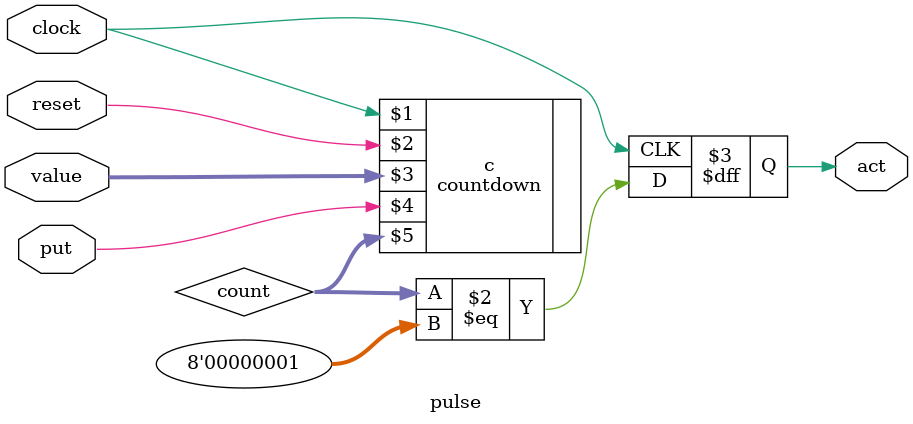
<source format=v>
/*
 * One-shot Pulse Timer Module
 *
 * Copyright (c) 2021 Alexei A. Smekalkine <ikle@ikle.ru>
 *
 * SPDX-License-Identifier: BSD-2-Clause
 */

`ifndef TIMER_PULSE_V
`define TIMER_PULSE_V  1

`include "timer/countdown.v"

module pulse #(
	parameter W = 8
)(
	input clock, input reset,
	input [W-1:0] value, input put, output reg act
);
	wire [W-1:0] count;

	countdown #(W) c (clock, reset, value, put, count);

	always @(posedge clock)
		act <= (count == 1);
endmodule

`endif  /* TIMER_PULSE_V */

</source>
